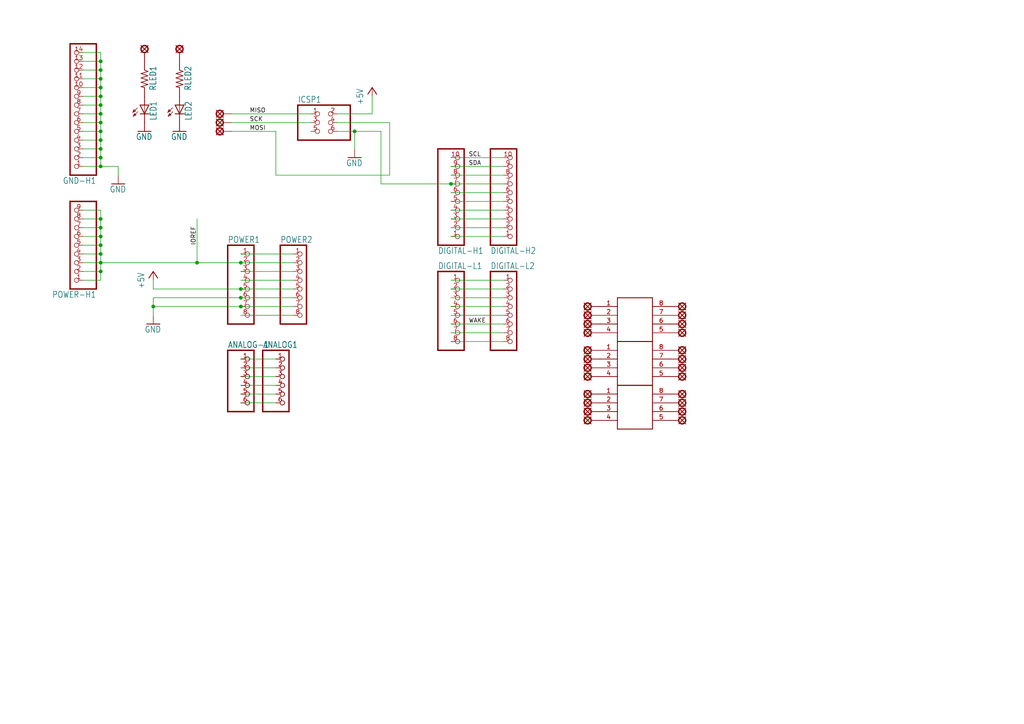
<source format=kicad_sch>
(kicad_sch (version 20230121) (generator eeschema)
  (paper "A4")
  (lib_symbols
    (symbol "ProtoShield_V4.0-eagle-import:+5V" (power)
      (property "Value" "+5V" (at -2.54 -5.08 90))
      (symbol "+5V_1_0"
        (polyline (pts (xy 0 0) (xy -1.27 -1.905)) (stroke (width 0.254)))
        (polyline (pts (xy 1.27 -1.905) (xy 0 0)) (stroke (width 0.254)))
        (pin power_in line (at 0 -2.54 90) (length 2.54) (name "+5V") (number "1"))
      )
    )
    (symbol "ProtoShield_V4.0-eagle-import:6MM.3"
      (property "Reference" "R" (at -3.81 1.4986 0))
      (symbol "6MM.3_1_0"
        (polyline (pts (xy -2.54 0) (xy -2.159 1.016)) (stroke (width 0.2032)))
        (polyline (pts (xy -2.159 1.016) (xy -1.524 -1.016)) (stroke (width 0.2032)))
        (polyline (pts (xy -1.524 -1.016) (xy -0.889 1.016)) (stroke (width 0.2032)))
        (polyline (pts (xy -0.889 1.016) (xy -0.254 -1.016)) (stroke (width 0.2032)))
        (polyline (pts (xy -0.254 -1.016) (xy 0.381 1.016)) (stroke (width 0.2032)))
        (polyline (pts (xy 0.381 1.016) (xy 1.016 -1.016)) (stroke (width 0.2032)))
        (polyline (pts (xy 1.016 -1.016) (xy 1.651 1.016)) (stroke (width 0.2032)))
        (polyline (pts (xy 1.651 1.016) (xy 2.286 -1.016)) (stroke (width 0.2032)))
        (polyline (pts (xy 2.286 -1.016) (xy 2.54 0)) (stroke (width 0.2032)))
        (pin passive line (at -5.08 0 0) (length 2.54) (name "1") (number "1"))
        (pin passive line (at 5.08 0 180) (length 2.54) (name "2") (number "2"))
      )
    )
    (symbol "ProtoShield_V4.0-eagle-import:GND" (power)
      (property "Value" "GND" (at -2.54 -2.54 0))
      (symbol "GND_1_0"
        (polyline (pts (xy -1.905 0) (xy 1.905 0)) (stroke (width 0.254)))
        (pin power_in line (at 0 2.54 270) (length 2.54) (name "GND") (number "1"))
      )
    )
    (symbol "ProtoShield_V4.0-eagle-import:LED3MM"
      (property "Reference" "LD" (at 3.556 -4.572 90))
      (symbol "LED3MM_1_0"
        (polyline (pts (xy -2.032 -0.762) (xy -3.429 -2.159)) (stroke (width 0.1524)))
        (polyline (pts (xy -1.905 -1.905) (xy -3.302 -3.302)) (stroke (width 0.1524)))
        (polyline (pts (xy 0 -2.54) (xy -1.27 -2.54)) (stroke (width 0.254)))
        (polyline (pts (xy 0 -2.54) (xy -1.27 0)) (stroke (width 0.254)))
        (polyline (pts (xy 0 0) (xy -1.27 0)) (stroke (width 0.254)))
        (polyline (pts (xy 0 0) (xy 0 -2.54)) (stroke (width 0.1524)))
        (polyline (pts (xy 1.27 -2.54) (xy 0 -2.54)) (stroke (width 0.254)))
        (polyline (pts (xy 1.27 0) (xy 0 -2.54)) (stroke (width 0.254)))
        (polyline (pts (xy 1.27 0) (xy 0 0)) (stroke (width 0.254)))
        (polyline (pts (xy -3.429 -2.159) (xy -3.048 -1.27) (xy -2.54 -1.778)) (stroke (width 0.1524)) (fill (type outline)))
        (polyline (pts (xy -3.302 -3.302) (xy -2.921 -2.413) (xy -2.413 -2.921)) (stroke (width 0.1524)) (fill (type outline)))
        (pin passive line (at 0 2.54 270) (length 2.54) (name "A") (number "A"))
        (pin passive line (at 0 -5.08 90) (length 2.54) (name "C") (number "K"))
      )
    )
    (symbol "ProtoShield_V4.0-eagle-import:LSP10"
      (property "Reference" "LSP" (at -1.27 2.921 0))
      (symbol "LSP10_1_0"
        (polyline (pts (xy -1.016 0) (xy 1.016 2.032)) (stroke (width 0.254)))
        (polyline (pts (xy -1.016 2.032) (xy 1.016 0)) (stroke (width 0.254)))
        (circle (center 0 1.016) (radius 1.016) (stroke (width 0.4064)))
        (pin passive line (at 0 -2.54 90) (length 2.54) (name "MP") (number "MP"))
      )
    )
    (symbol "ProtoShield_V4.0-eagle-import:PINHD-1X10TH"
      (property "Reference" "JP" (at -6.35 13.335 0))
      (symbol "PINHD-1X10TH_1_0"
        (polyline (pts (xy -6.35 -15.24) (xy 1.27 -15.24)) (stroke (width 0.4064)))
        (polyline (pts (xy -6.35 12.7) (xy -6.35 -15.24)) (stroke (width 0.4064)))
        (polyline (pts (xy 1.27 -15.24) (xy 1.27 12.7)) (stroke (width 0.4064)))
        (polyline (pts (xy 1.27 12.7) (xy -6.35 12.7)) (stroke (width 0.4064)))
        (pin passive inverted (at -2.54 10.16 0) (length 2.54) (name "1") (number "1"))
        (pin passive inverted (at -2.54 -12.7 0) (length 2.54) (name "10") (number "10"))
        (pin passive inverted (at -2.54 7.62 0) (length 2.54) (name "2") (number "2"))
        (pin passive inverted (at -2.54 5.08 0) (length 2.54) (name "3") (number "3"))
        (pin passive inverted (at -2.54 2.54 0) (length 2.54) (name "4") (number "4"))
        (pin passive inverted (at -2.54 0 0) (length 2.54) (name "5") (number "5"))
        (pin passive inverted (at -2.54 -2.54 0) (length 2.54) (name "6") (number "6"))
        (pin passive inverted (at -2.54 -5.08 0) (length 2.54) (name "7") (number "7"))
        (pin passive inverted (at -2.54 -7.62 0) (length 2.54) (name "8") (number "8"))
        (pin passive inverted (at -2.54 -10.16 0) (length 2.54) (name "9") (number "9"))
      )
    )
    (symbol "ProtoShield_V4.0-eagle-import:PINHD-1X14"
      (property "Reference" "JP" (at -6.35 18.415 0))
      (symbol "PINHD-1X14_1_0"
        (polyline (pts (xy -6.35 -20.32) (xy 1.27 -20.32)) (stroke (width 0.4064)))
        (polyline (pts (xy -6.35 17.78) (xy -6.35 -20.32)) (stroke (width 0.4064)))
        (polyline (pts (xy 1.27 -20.32) (xy 1.27 17.78)) (stroke (width 0.4064)))
        (polyline (pts (xy 1.27 17.78) (xy -6.35 17.78)) (stroke (width 0.4064)))
        (pin passive inverted (at -2.54 15.24 0) (length 2.54) (name "1") (number "1"))
        (pin passive inverted (at -2.54 -7.62 0) (length 2.54) (name "10") (number "10"))
        (pin passive inverted (at -2.54 -10.16 0) (length 2.54) (name "11") (number "11"))
        (pin passive inverted (at -2.54 -12.7 0) (length 2.54) (name "12") (number "12"))
        (pin passive inverted (at -2.54 -15.24 0) (length 2.54) (name "13") (number "13"))
        (pin passive inverted (at -2.54 -17.78 0) (length 2.54) (name "14") (number "14"))
        (pin passive inverted (at -2.54 12.7 0) (length 2.54) (name "2") (number "2"))
        (pin passive inverted (at -2.54 10.16 0) (length 2.54) (name "3") (number "3"))
        (pin passive inverted (at -2.54 7.62 0) (length 2.54) (name "4") (number "4"))
        (pin passive inverted (at -2.54 5.08 0) (length 2.54) (name "5") (number "5"))
        (pin passive inverted (at -2.54 2.54 0) (length 2.54) (name "6") (number "6"))
        (pin passive inverted (at -2.54 0 0) (length 2.54) (name "7") (number "7"))
        (pin passive inverted (at -2.54 -2.54 0) (length 2.54) (name "8") (number "8"))
        (pin passive inverted (at -2.54 -5.08 0) (length 2.54) (name "9") (number "9"))
      )
    )
    (symbol "ProtoShield_V4.0-eagle-import:PINHD-1X6"
      (property "Reference" "JP" (at -6.35 10.795 0))
      (symbol "PINHD-1X6_1_0"
        (polyline (pts (xy -6.35 -7.62) (xy 1.27 -7.62)) (stroke (width 0.4064)))
        (polyline (pts (xy -6.35 10.16) (xy -6.35 -7.62)) (stroke (width 0.4064)))
        (polyline (pts (xy 1.27 -7.62) (xy 1.27 10.16)) (stroke (width 0.4064)))
        (polyline (pts (xy 1.27 10.16) (xy -6.35 10.16)) (stroke (width 0.4064)))
        (pin passive inverted (at -2.54 7.62 0) (length 2.54) (name "1") (number "1"))
        (pin passive inverted (at -2.54 5.08 0) (length 2.54) (name "2") (number "2"))
        (pin passive inverted (at -2.54 2.54 0) (length 2.54) (name "3") (number "3"))
        (pin passive inverted (at -2.54 0 0) (length 2.54) (name "4") (number "4"))
        (pin passive inverted (at -2.54 -2.54 0) (length 2.54) (name "5") (number "5"))
        (pin passive inverted (at -2.54 -5.08 0) (length 2.54) (name "6") (number "6"))
      )
    )
    (symbol "ProtoShield_V4.0-eagle-import:PINHD-1X8"
      (property "Reference" "JP" (at -6.35 13.335 0))
      (symbol "PINHD-1X8_1_0"
        (polyline (pts (xy -6.35 -10.16) (xy 1.27 -10.16)) (stroke (width 0.4064)))
        (polyline (pts (xy -6.35 12.7) (xy -6.35 -10.16)) (stroke (width 0.4064)))
        (polyline (pts (xy 1.27 -10.16) (xy 1.27 12.7)) (stroke (width 0.4064)))
        (polyline (pts (xy 1.27 12.7) (xy -6.35 12.7)) (stroke (width 0.4064)))
        (pin passive inverted (at -2.54 10.16 0) (length 2.54) (name "1") (number "1"))
        (pin passive inverted (at -2.54 7.62 0) (length 2.54) (name "2") (number "2"))
        (pin passive inverted (at -2.54 5.08 0) (length 2.54) (name "3") (number "3"))
        (pin passive inverted (at -2.54 2.54 0) (length 2.54) (name "4") (number "4"))
        (pin passive inverted (at -2.54 0 0) (length 2.54) (name "5") (number "5"))
        (pin passive inverted (at -2.54 -2.54 0) (length 2.54) (name "6") (number "6"))
        (pin passive inverted (at -2.54 -5.08 0) (length 2.54) (name "7") (number "7"))
        (pin passive inverted (at -2.54 -7.62 0) (length 2.54) (name "8") (number "8"))
      )
    )
    (symbol "ProtoShield_V4.0-eagle-import:PINHD-1X8TH"
      (property "Reference" "JP" (at -6.35 13.335 0))
      (symbol "PINHD-1X8TH_1_0"
        (polyline (pts (xy -6.35 -10.16) (xy 1.27 -10.16)) (stroke (width 0.4064)))
        (polyline (pts (xy -6.35 12.7) (xy -6.35 -10.16)) (stroke (width 0.4064)))
        (polyline (pts (xy 1.27 -10.16) (xy 1.27 12.7)) (stroke (width 0.4064)))
        (polyline (pts (xy 1.27 12.7) (xy -6.35 12.7)) (stroke (width 0.4064)))
        (pin passive inverted (at -2.54 10.16 0) (length 2.54) (name "1") (number "1"))
        (pin passive inverted (at -2.54 7.62 0) (length 2.54) (name "2") (number "2"))
        (pin passive inverted (at -2.54 5.08 0) (length 2.54) (name "3") (number "3"))
        (pin passive inverted (at -2.54 2.54 0) (length 2.54) (name "4") (number "4"))
        (pin passive inverted (at -2.54 0 0) (length 2.54) (name "5") (number "5"))
        (pin passive inverted (at -2.54 -2.54 0) (length 2.54) (name "6") (number "6"))
        (pin passive inverted (at -2.54 -5.08 0) (length 2.54) (name "7") (number "7"))
        (pin passive inverted (at -2.54 -7.62 0) (length 2.54) (name "8") (number "8"))
      )
    )
    (symbol "ProtoShield_V4.0-eagle-import:PINHD-1X9"
      (property "Reference" "JP" (at -6.35 13.335 0))
      (symbol "PINHD-1X9_1_0"
        (polyline (pts (xy -6.35 -12.7) (xy 1.27 -12.7)) (stroke (width 0.4064)))
        (polyline (pts (xy -6.35 12.7) (xy -6.35 -12.7)) (stroke (width 0.4064)))
        (polyline (pts (xy 1.27 -12.7) (xy 1.27 12.7)) (stroke (width 0.4064)))
        (polyline (pts (xy 1.27 12.7) (xy -6.35 12.7)) (stroke (width 0.4064)))
        (pin passive inverted (at -2.54 10.16 0) (length 2.54) (name "1") (number "1"))
        (pin passive inverted (at -2.54 7.62 0) (length 2.54) (name "2") (number "2"))
        (pin passive inverted (at -2.54 5.08 0) (length 2.54) (name "3") (number "3"))
        (pin passive inverted (at -2.54 2.54 0) (length 2.54) (name "4") (number "4"))
        (pin passive inverted (at -2.54 0 0) (length 2.54) (name "5") (number "5"))
        (pin passive inverted (at -2.54 -2.54 0) (length 2.54) (name "6") (number "6"))
        (pin passive inverted (at -2.54 -5.08 0) (length 2.54) (name "7") (number "7"))
        (pin passive inverted (at -2.54 -7.62 0) (length 2.54) (name "8") (number "8"))
        (pin passive inverted (at -2.54 -10.16 0) (length 2.54) (name "9") (number "9"))
      )
    )
    (symbol "ProtoShield_V4.0-eagle-import:PINHD-2X3"
      (property "Reference" "JP" (at -6.35 5.715 0))
      (symbol "PINHD-2X3_1_0"
        (polyline (pts (xy -6.35 -5.08) (xy 8.89 -5.08)) (stroke (width 0.4064)))
        (polyline (pts (xy -6.35 5.08) (xy -6.35 -5.08)) (stroke (width 0.4064)))
        (polyline (pts (xy 8.89 -5.08) (xy 8.89 5.08)) (stroke (width 0.4064)))
        (polyline (pts (xy 8.89 5.08) (xy -6.35 5.08)) (stroke (width 0.4064)))
        (pin passive inverted (at -2.54 2.54 0) (length 2.54) (name "1") (number "1"))
        (pin passive inverted (at 5.08 2.54 180) (length 2.54) (name "2") (number "2"))
        (pin passive inverted (at -2.54 0 0) (length 2.54) (name "3") (number "3"))
        (pin passive inverted (at 5.08 0 180) (length 2.54) (name "4") (number "4"))
        (pin passive inverted (at -2.54 -2.54 0) (length 2.54) (name "5") (number "5"))
        (pin passive inverted (at 5.08 -2.54 180) (length 2.54) (name "6") (number "6"))
      )
    )
    (symbol "ProtoShield_V4.0-eagle-import:SMD-8"
      (symbol "SMD-8_1_0"
        (polyline (pts (xy -5.08 -5.08) (xy -5.08 7.62)) (stroke (width 0.254)))
        (polyline (pts (xy -5.08 7.62) (xy 5.08 7.62)) (stroke (width 0.254)))
        (polyline (pts (xy 5.08 -5.08) (xy -5.08 -5.08)) (stroke (width 0.254)))
        (polyline (pts (xy 5.08 7.62) (xy 5.08 -5.08)) (stroke (width 0.254)))
        (pin bidirectional line (at -10.16 5.08 0) (length 5.08) (name "1") (number "1"))
        (pin bidirectional line (at -10.16 2.54 0) (length 5.08) (name "2") (number "2"))
        (pin bidirectional line (at -10.16 0 0) (length 5.08) (name "3") (number "3"))
        (pin bidirectional line (at -10.16 -2.54 0) (length 5.08) (name "4") (number "4"))
        (pin bidirectional line (at 10.16 -2.54 180) (length 5.08) (name "5") (number "5"))
        (pin bidirectional line (at 10.16 0 180) (length 5.08) (name "6") (number "6"))
        (pin bidirectional line (at 10.16 2.54 180) (length 5.08) (name "7") (number "7"))
        (pin bidirectional line (at 10.16 5.08 180) (length 5.08) (name "8") (number "8"))
      )
    )
  )
  (junction (at 130.81 53.34))
  (junction (at 69.85 86.36))
  (junction (at 29.21 45.72))
  (junction (at 29.21 33.02))
  (junction (at 29.21 22.86))
  (junction (at 69.85 88.9))
  (junction (at 29.21 71.12))
  (junction (at 29.21 78.74))
  (junction (at 29.21 76.2))
  (junction (at 29.21 63.5))
  (junction (at 102.87 38.1))
  (junction (at 29.21 43.18))
  (junction (at 29.21 25.4))
  (junction (at 29.21 40.64))
  (junction (at 29.21 35.56))
  (junction (at 29.21 66.04))
  (junction (at 29.21 17.78))
  (junction (at 57.15 76.2))
  (junction (at 29.21 48.26))
  (junction (at 29.21 38.1))
  (junction (at 29.21 30.48))
  (junction (at 29.21 20.32))
  (junction (at 29.21 27.94))
  (junction (at 29.21 73.66))
  (junction (at 69.85 76.2))
  (junction (at 44.45 88.9))
  (junction (at 69.85 83.82))
  (junction (at 29.21 68.58))
  (wire (pts (xy 130.81 48.26) (xy 146.05 48.26)) (stroke (width 0.1524)))
  (wire (pts (xy 110.49 53.34) (xy 130.81 53.34)) (stroke (width 0.1524)))
  (wire (pts (xy 29.21 76.2) (xy 57.15 76.2)) (stroke (width 0.1524)))
  (wire (pts (xy 80.01 38.1) (xy 80.01 50.8)) (stroke (width 0.1524)))
  (wire (pts (xy 44.45 83.82) (xy 69.85 83.82)) (stroke (width 0.1524)))
  (wire (pts (xy 69.85 91.44) (xy 85.09 91.44)) (stroke (width 0.1524)))
  (wire (pts (xy 146.05 63.5) (xy 130.81 63.5)) (stroke (width 0.1524)))
  (wire (pts (xy 24.13 35.56) (xy 29.21 35.56)) (stroke (width 0.1524)))
  (wire (pts (xy 24.13 60.96) (xy 29.21 60.96)) (stroke (width 0.1524)))
  (wire (pts (xy 80.01 116.84) (xy 69.85 116.84)) (stroke (width 0.1524)))
  (wire (pts (xy 85.09 86.36) (xy 69.85 86.36)) (stroke (width 0.1524)))
  (wire (pts (xy 29.21 38.1) (xy 29.21 40.64)) (stroke (width 0.1524)))
  (wire (pts (xy 29.21 22.86) (xy 29.21 25.4)) (stroke (width 0.1524)))
  (wire (pts (xy 24.13 40.64) (xy 29.21 40.64)) (stroke (width 0.1524)))
  (wire (pts (xy 29.21 78.74) (xy 29.21 76.2)) (stroke (width 0.1524)))
  (wire (pts (xy 44.45 88.9) (xy 69.85 88.9)) (stroke (width 0.1524)))
  (wire (pts (xy 146.05 99.06) (xy 130.81 99.06)) (stroke (width 0.1524)))
  (wire (pts (xy 24.13 63.5) (xy 29.21 63.5)) (stroke (width 0.1524)))
  (wire (pts (xy 24.13 73.66) (xy 29.21 73.66)) (stroke (width 0.1524)))
  (wire (pts (xy 24.13 66.04) (xy 29.21 66.04)) (stroke (width 0.1524)))
  (wire (pts (xy 29.21 48.26) (xy 24.13 48.26)) (stroke (width 0.1524)))
  (wire (pts (xy 44.45 86.36) (xy 69.85 86.36)) (stroke (width 0.1524)))
  (wire (pts (xy 146.05 88.9) (xy 130.81 88.9)) (stroke (width 0.1524)))
  (wire (pts (xy 67.31 33.02) (xy 90.17 33.02)) (stroke (width 0.1524)))
  (wire (pts (xy 130.81 53.34) (xy 146.05 53.34)) (stroke (width 0.1524)))
  (wire (pts (xy 24.13 81.28) (xy 29.21 81.28)) (stroke (width 0.1524)))
  (wire (pts (xy 107.95 33.02) (xy 97.79 33.02)) (stroke (width 0.1524)))
  (wire (pts (xy 69.85 76.2) (xy 85.09 76.2)) (stroke (width 0.1524)))
  (wire (pts (xy 146.05 55.88) (xy 130.81 55.88)) (stroke (width 0.1524)))
  (wire (pts (xy 29.21 48.26) (xy 34.29 48.26)) (stroke (width 0.1524)))
  (wire (pts (xy 113.03 50.8) (xy 113.03 35.56)) (stroke (width 0.1524)))
  (wire (pts (xy 24.13 30.48) (xy 29.21 30.48)) (stroke (width 0.1524)))
  (wire (pts (xy 85.09 81.28) (xy 69.85 81.28)) (stroke (width 0.1524)))
  (wire (pts (xy 80.01 106.68) (xy 69.85 106.68)) (stroke (width 0.1524)))
  (wire (pts (xy 29.21 45.72) (xy 29.21 48.26)) (stroke (width 0.1524)))
  (wire (pts (xy 97.79 38.1) (xy 102.87 38.1)) (stroke (width 0.1524)))
  (wire (pts (xy 29.21 73.66) (xy 29.21 71.12)) (stroke (width 0.1524)))
  (wire (pts (xy 146.05 81.28) (xy 130.81 81.28)) (stroke (width 0.1524)))
  (wire (pts (xy 57.15 76.2) (xy 57.15 63.5)) (stroke (width 0.1524)))
  (wire (pts (xy 146.05 93.98) (xy 130.81 93.98)) (stroke (width 0.1524)))
  (wire (pts (xy 24.13 38.1) (xy 29.21 38.1)) (stroke (width 0.1524)))
  (wire (pts (xy 80.01 109.22) (xy 69.85 109.22)) (stroke (width 0.1524)))
  (wire (pts (xy 24.13 33.02) (xy 29.21 33.02)) (stroke (width 0.1524)))
  (wire (pts (xy 69.85 83.82) (xy 85.09 83.82)) (stroke (width 0.1524)))
  (wire (pts (xy 24.13 45.72) (xy 29.21 45.72)) (stroke (width 0.1524)))
  (wire (pts (xy 69.85 78.74) (xy 85.09 78.74)) (stroke (width 0.1524)))
  (wire (pts (xy 24.13 68.58) (xy 29.21 68.58)) (stroke (width 0.1524)))
  (wire (pts (xy 146.05 50.8) (xy 130.81 50.8)) (stroke (width 0.1524)))
  (wire (pts (xy 29.21 35.56) (xy 29.21 38.1)) (stroke (width 0.1524)))
  (wire (pts (xy 29.21 68.58) (xy 29.21 66.04)) (stroke (width 0.1524)))
  (wire (pts (xy 24.13 25.4) (xy 29.21 25.4)) (stroke (width 0.1524)))
  (wire (pts (xy 102.87 38.1) (xy 102.87 43.18)) (stroke (width 0.1524)))
  (wire (pts (xy 107.95 27.94) (xy 107.95 33.02)) (stroke (width 0.1524)))
  (wire (pts (xy 29.21 25.4) (xy 29.21 27.94)) (stroke (width 0.1524)))
  (wire (pts (xy 67.31 38.1) (xy 80.01 38.1)) (stroke (width 0.1524)))
  (wire (pts (xy 80.01 50.8) (xy 113.03 50.8)) (stroke (width 0.1524)))
  (wire (pts (xy 29.21 81.28) (xy 29.21 78.74)) (stroke (width 0.1524)))
  (wire (pts (xy 24.13 27.94) (xy 29.21 27.94)) (stroke (width 0.1524)))
  (wire (pts (xy 146.05 96.52) (xy 130.81 96.52)) (stroke (width 0.1524)))
  (wire (pts (xy 146.05 91.44) (xy 130.81 91.44)) (stroke (width 0.1524)))
  (wire (pts (xy 29.21 17.78) (xy 29.21 20.32)) (stroke (width 0.1524)))
  (wire (pts (xy 29.21 15.24) (xy 29.21 17.78)) (stroke (width 0.1524)))
  (wire (pts (xy 44.45 81.28) (xy 44.45 83.82)) (stroke (width 0.1524)))
  (wire (pts (xy 29.21 27.94) (xy 29.21 30.48)) (stroke (width 0.1524)))
  (wire (pts (xy 110.49 38.1) (xy 102.87 38.1)) (stroke (width 0.1524)))
  (wire (pts (xy 24.13 15.24) (xy 29.21 15.24)) (stroke (width 0.1524)))
  (wire (pts (xy 90.17 35.56) (xy 67.31 35.56)) (stroke (width 0.1524)))
  (wire (pts (xy 130.81 45.72) (xy 146.05 45.72)) (stroke (width 0.1524)))
  (wire (pts (xy 80.01 114.3) (xy 69.85 114.3)) (stroke (width 0.1524)))
  (wire (pts (xy 110.49 53.34) (xy 110.49 38.1)) (stroke (width 0.1524)))
  (wire (pts (xy 24.13 22.86) (xy 29.21 22.86)) (stroke (width 0.1524)))
  (wire (pts (xy 85.09 73.66) (xy 69.85 73.66)) (stroke (width 0.1524)))
  (wire (pts (xy 29.21 66.04) (xy 29.21 63.5)) (stroke (width 0.1524)))
  (wire (pts (xy 24.13 17.78) (xy 29.21 17.78)) (stroke (width 0.1524)))
  (wire (pts (xy 44.45 86.36) (xy 44.45 88.9)) (stroke (width 0.1524)))
  (wire (pts (xy 29.21 20.32) (xy 29.21 22.86)) (stroke (width 0.1524)))
  (wire (pts (xy 29.21 76.2) (xy 29.21 73.66)) (stroke (width 0.1524)))
  (wire (pts (xy 146.05 60.96) (xy 130.81 60.96)) (stroke (width 0.1524)))
  (wire (pts (xy 29.21 71.12) (xy 29.21 68.58)) (stroke (width 0.1524)))
  (wire (pts (xy 24.13 71.12) (xy 29.21 71.12)) (stroke (width 0.1524)))
  (wire (pts (xy 97.79 35.56) (xy 113.03 35.56)) (stroke (width 0.1524)))
  (wire (pts (xy 29.21 40.64) (xy 29.21 43.18)) (stroke (width 0.1524)))
  (wire (pts (xy 69.85 76.2) (xy 57.15 76.2)) (stroke (width 0.1524)))
  (wire (pts (xy 24.13 76.2) (xy 29.21 76.2)) (stroke (width 0.1524)))
  (wire (pts (xy 29.21 30.48) (xy 29.21 33.02)) (stroke (width 0.1524)))
  (wire (pts (xy 146.05 58.42) (xy 130.81 58.42)) (stroke (width 0.1524)))
  (wire (pts (xy 24.13 20.32) (xy 29.21 20.32)) (stroke (width 0.1524)))
  (wire (pts (xy 146.05 66.04) (xy 130.81 66.04)) (stroke (width 0.1524)))
  (wire (pts (xy 80.01 104.14) (xy 69.85 104.14)) (stroke (width 0.1524)))
  (wire (pts (xy 146.05 83.82) (xy 130.81 83.82)) (stroke (width 0.1524)))
  (wire (pts (xy 69.85 88.9) (xy 85.09 88.9)) (stroke (width 0.1524)))
  (wire (pts (xy 29.21 33.02) (xy 29.21 35.56)) (stroke (width 0.1524)))
  (wire (pts (xy 29.21 43.18) (xy 29.21 45.72)) (stroke (width 0.1524)))
  (wire (pts (xy 34.29 48.26) (xy 34.29 50.8)) (stroke (width 0.1524)))
  (wire (pts (xy 24.13 78.74) (xy 29.21 78.74)) (stroke (width 0.1524)))
  (wire (pts (xy 80.01 111.76) (xy 69.85 111.76)) (stroke (width 0.1524)))
  (wire (pts (xy 146.05 86.36) (xy 130.81 86.36)) (stroke (width 0.1524)))
  (wire (pts (xy 44.45 88.9) (xy 44.45 91.44)) (stroke (width 0.1524)))
  (wire (pts (xy 29.21 63.5) (xy 29.21 60.96)) (stroke (width 0.1524)))
  (wire (pts (xy 146.05 68.58) (xy 130.81 68.58)) (stroke (width 0.1524)))
  (wire (pts (xy 24.13 43.18) (xy 29.21 43.18)) (stroke (width 0.1524)))
  (label "IOREF" (at 57.15 71.12 90) (effects (font (size 1.2446 1.2446))))
  (label "SCK" (at 72.39 35.56 0) (effects (font (size 1.2446 1.2446))))
  (label "SDA" (at 135.89 48.26 0) (effects (font (size 1.2446 1.2446))))
  (label "WAKE" (at 135.89 93.98 0) (effects (font (size 1.2446 1.2446))))
  (label "MISO" (at 72.39 33.02 0) (effects (font (size 1.2446 1.2446))))
  (label "SCL" (at 135.89 45.72 0) (effects (font (size 1.2446 1.2446))))
  (label "MOSI" (at 72.39 38.1 0) (effects (font (size 1.2446 1.2446))))
  (symbol (lib_id "ProtoShield_V4.0-eagle-import:SMD-8") (at 184.15 106.68 0) (unit 1)
    (property "Reference" "IC2" (effects hide))
    (property "Value" "SMD-8" (effects hide))
    (property "Footprint" "ProtoShield_V4.0:SO-8" (effects hide))
    (property "MF" "VISHAY BC COMPONENTS" (effects hide))
    (property "MPN" "MAL215374221E3" (effects hide))
    (property "OC_FARNELL" "1187013" (effects hide))
  )
  (symbol (lib_id "ProtoShield_V4.0-eagle-import:LSP10") (at 196.85 104.14 270) (mirror x) (unit 1)
    (property "Reference" "P19" (effects hide))
    (property "Value" "LSP10" (effects hide))
    (property "Footprint" "ProtoShield_V4.0:LSP10" (effects hide))
    (property "MF" "RICHCO" (effects hide))
    (property "MPN" "MDLSP1-04M-01" (effects hide))
    (property "OC_FARNELL" "1325982" (effects hide))
    (instances (project "protoboard" (path "" (reference "P18") (unit 1))) (project "ProtoShield_V4.0" (path "" (reference "P19") (unit 1))))
  )
  (symbol (lib_id "ProtoShield_V4.0-eagle-import:GND") (at 102.87 45.72 0) (unit 1)
    (property "Reference" "#GND3" (effects hide))
    (property "Value" "GND" (at 100.33 48.26 0) (effects (font (size 1.778 1.5113)) (justify left bottom)))
    (instances (project "protoboard" (path "" (reference "#GND05") (unit 1))) (project "ProtoShield_V4.0" (path "" (reference "#GND3") (unit 1))))
  )
  (symbol (lib_id "ProtoShield_V4.0-eagle-import:LSP10") (at 171.45 114.3 90) (mirror x) (unit 1)
    (property "Reference" "P9" (effects hide))
    (property "Value" "LSP10" (effects hide))
    (property "Footprint" "ProtoShield_V4.0:LSP10" (effects hide))
    (property "MF" "RICHCO" (effects hide))
    (property "MPN" "MDLSP1-04M-01" (effects hide))
    (property "OC_FARNELL" "1325982" (effects hide))
  )
  (symbol (lib_id "ProtoShield_V4.0-eagle-import:LSP10") (at 171.45 106.68 90) (mirror x) (unit 1)
    (property "Reference" "P7" (effects hide))
    (property "Value" "LSP10" (effects hide))
    (property "Footprint" "ProtoShield_V4.0:LSP10" (effects hide))
    (property "MF" "RICHCO" (effects hide))
    (property "MPN" "MDLSP1-04M-01" (effects hide))
    (property "OC_FARNELL" "1325982" (effects hide))
  )
  (symbol (lib_id "ProtoShield_V4.0-eagle-import:PINHD-1X8") (at 148.59 91.44 0) (unit 1)
    (property "Reference" "DIGITAL-L1" (at 142.24 78.105 0) (effects (font (size 1.778 1.5113)) (justify left bottom)))
    (property "Value" "PINHD-1X8" (effects hide))
    (property "Footprint" "ProtoShield_V4.0:1X08" (effects hide))
    (property "MF" "EPCOS" (effects hide))
    (property "MPN" "B67345B0001X087" (effects hide))
    (property "OC_FARNELL" "2355112" (effects hide))
    (instances (project "protoboard" (path "" (reference "DIGITAL-L2") (unit 1))) (project "ProtoShield_V4.0" (path "" (reference "DIGITAL-L1") (unit 1))))
  )
  (symbol (lib_id "ProtoShield_V4.0-eagle-import:6MM.3") (at 41.91 22.86 270) (unit 1)
    (property "Reference" "RLED1" (at 43.4086 19.05 0) (effects (font (size 1.778 1.5113)) (justify left bottom)))
    (property "Value" "6MM.3" (effects hide))
    (property "Footprint" "ProtoShield_V4.0:R0207_3" (effects hide))
    (property "OC_FARNELL" "unknown" (effects hide))
  )
  (symbol (lib_id "ProtoShield_V4.0-eagle-import:LSP10") (at 52.07 15.24 0) (mirror y) (unit 1)
    (property "Reference" "PLED2" (effects hide))
    (property "Value" "LSP10" (effects hide))
    (property "Footprint" "ProtoShield_V4.0:LSP10" (effects hide))
    (property "MF" "RICHCO" (effects hide))
    (property "MPN" "MDLSP1-04M-01" (effects hide))
    (property "OC_FARNELL" "1325982" (effects hide))
  )
  (symbol (lib_id "ProtoShield_V4.0-eagle-import:SMD-8") (at 184.15 93.98 0) (unit 1)
    (property "Reference" "IC1" (effects hide))
    (property "Value" "SMD-8" (effects hide))
    (property "Footprint" "ProtoShield_V4.0:SO-8" (effects hide))
    (property "MF" "VISHAY BC COMPONENTS" (effects hide))
    (property "MPN" "MAL215374221E3" (effects hide))
    (property "OC_FARNELL" "1187013" (effects hide))
  )
  (symbol (lib_id "ProtoShield_V4.0-eagle-import:PINHD-1X6") (at 72.39 111.76 0) (unit 1)
    (property "Reference" "ANALOG-1" (at 66.04 100.965 0) (effects (font (size 1.778 1.5113)) (justify left bottom)))
    (property "Value" "PINHD-1X6" (effects hide))
    (property "Footprint" "ProtoShield_V4.0:1X06" (effects hide))
    (property "OC_FARNELL" "unknown" (effects hide))
  )
  (symbol (lib_id "ProtoShield_V4.0-eagle-import:LED3MM") (at 41.91 30.48 0) (unit 1)
    (property "Reference" "LED1" (at 45.466 35.052 90) (effects (font (size 1.778 1.5113)) (justify left bottom)))
    (property "Value" "LED3MM" (effects hide))
    (property "Footprint" "ProtoShield_V4.0:LED3MM" (effects hide))
    (property "MF" "DIALIGHT" (effects hide))
    (property "MPN" "553-0711F" (effects hide))
    (property "OC_FARNELL" "1519412" (effects hide))
  )
  (symbol (lib_id "ProtoShield_V4.0-eagle-import:LSP10") (at 171.45 116.84 90) (mirror x) (unit 1)
    (property "Reference" "P10" (effects hide))
    (property "Value" "LSP10" (effects hide))
    (property "Footprint" "ProtoShield_V4.0:LSP10" (effects hide))
    (property "MF" "RICHCO" (effects hide))
    (property "MPN" "MDLSP1-04M-01" (effects hide))
    (property "OC_FARNELL" "1325982" (effects hide))
  )
  (symbol (lib_id "ProtoShield_V4.0-eagle-import:SMD-8") (at 184.15 119.38 0) (unit 1)
    (property "Reference" "IC3" (effects hide))
    (property "Value" "SMD-8" (effects hide))
    (property "Footprint" "ProtoShield_V4.0:SO-8" (effects hide))
    (property "MF" "VISHAY BC COMPONENTS" (effects hide))
    (property "MPN" "MAL215374221E3" (effects hide))
    (property "OC_FARNELL" "1187013" (effects hide))
  )
  (symbol (lib_id "ProtoShield_V4.0-eagle-import:+5V") (at 107.95 25.4 0) (unit 1)
    (property "Reference" "#P+3" (effects hide))
    (property "Value" "+5V" (at 105.41 30.48 90) (effects (font (size 1.778 1.5113)) (justify left bottom)))
    (instances (project "protoboard" (path "" (reference "#P+02") (unit 1))) (project "ProtoShield_V4.0" (path "" (reference "#P+3") (unit 1))))
  )
  (symbol (lib_id "ProtoShield_V4.0-eagle-import:LSP10") (at 64.77 35.56 90) (mirror x) (unit 1)
    (property "Reference" "SCK0" (effects hide))
    (property "Value" "LSP10" (effects hide))
    (property "Footprint" "ProtoShield_V4.0:LSP10" (effects hide))
    (property "MF" "RICHCO" (effects hide))
    (property "MPN" "MDLSP1-04M-01" (effects hide))
    (property "OC_FARNELL" "1325982" (effects hide))
    (instances (project "protoboard" (path "" (reference "SCK1") (unit 1))) (project "ProtoShield_V4.0" (path "" (reference "SCK0") (unit 1))))
  )
  (symbol (lib_id "ProtoShield_V4.0-eagle-import:PINHD-2X3") (at 92.71 35.56 0) (unit 1)
    (property "Reference" "ICSP0" (at 86.36 29.845 0) (effects (font (size 1.778 1.5113)) (justify left bottom)))
    (property "Value" "PINHD-2X3" (effects hide))
    (property "Footprint" "ProtoShield_V4.0:2X03" (effects hide))
    (property "MF" "CYNERGY3" (effects hide))
    (property "MPN" "SSF22X035" (effects hide))
    (property "OC_FARNELL" "4249148" (effects hide))
    (instances (project "protoboard" (path "" (reference "ICSP1") (unit 1))) (project "ProtoShield_V4.0" (path "" (reference "ICSP0") (unit 1))))
  )
  (symbol (lib_id "ProtoShield_V4.0-eagle-import:LSP10") (at 196.85 121.92 270) (mirror x) (unit 1)
    (property "Reference" "P13" (effects hide))
    (property "Value" "LSP10" (effects hide))
    (property "Footprint" "ProtoShield_V4.0:LSP10" (effects hide))
    (property "MF" "RICHCO" (effects hide))
    (property "MPN" "MDLSP1-04M-01" (effects hide))
    (property "OC_FARNELL" "1325982" (effects hide))
    (instances (project "protoboard" (path "" (reference "P24") (unit 1))) (project "ProtoShield_V4.0" (path "" (reference "P13") (unit 1))))
  )
  (symbol (lib_id "ProtoShield_V4.0-eagle-import:LSP10") (at 196.85 106.68 270) (mirror x) (unit 1)
    (property "Reference" "P18" (effects hide))
    (property "Value" "LSP10" (effects hide))
    (property "Footprint" "ProtoShield_V4.0:LSP10" (effects hide))
    (property "MF" "RICHCO" (effects hide))
    (property "MPN" "MDLSP1-04M-01" (effects hide))
    (property "OC_FARNELL" "1325982" (effects hide))
    (instances (project "protoboard" (path "" (reference "P19") (unit 1))) (project "ProtoShield_V4.0" (path "" (reference "P18") (unit 1))))
  )
  (symbol (lib_id "ProtoShield_V4.0-eagle-import:LSP10") (at 171.45 121.92 90) (mirror x) (unit 1)
    (property "Reference" "P12" (effects hide))
    (property "Value" "LSP10" (effects hide))
    (property "Footprint" "ProtoShield_V4.0:LSP10" (effects hide))
    (property "MF" "RICHCO" (effects hide))
    (property "MPN" "MDLSP1-04M-01" (effects hide))
    (property "OC_FARNELL" "1325982" (effects hide))
  )
  (symbol (lib_id "ProtoShield_V4.0-eagle-import:LSP10") (at 171.45 104.14 90) (mirror x) (unit 1)
    (property "Reference" "P6" (effects hide))
    (property "Value" "LSP10" (effects hide))
    (property "Footprint" "ProtoShield_V4.0:LSP10" (effects hide))
    (property "MF" "RICHCO" (effects hide))
    (property "MPN" "MDLSP1-04M-01" (effects hide))
    (property "OC_FARNELL" "1325982" (effects hide))
  )
  (symbol (lib_id "ProtoShield_V4.0-eagle-import:LSP10") (at 196.85 119.38 270) (mirror x) (unit 1)
    (property "Reference" "P14" (effects hide))
    (property "Value" "LSP10" (effects hide))
    (property "Footprint" "ProtoShield_V4.0:LSP10" (effects hide))
    (property "MF" "RICHCO" (effects hide))
    (property "MPN" "MDLSP1-04M-01" (effects hide))
    (property "OC_FARNELL" "1325982" (effects hide))
    (instances (project "protoboard" (path "" (reference "P23") (unit 1))) (project "ProtoShield_V4.0" (path "" (reference "P14") (unit 1))))
  )
  (symbol (lib_id "ProtoShield_V4.0-eagle-import:PINHD-1X10TH") (at 148.59 58.42 0) (mirror x) (unit 1)
    (property "Reference" "DIGITAL-H1" (at 142.24 71.755 0) (effects (font (size 1.778 1.5113)) (justify left bottom)))
    (property "Value" "PINHD-1X10TH" (effects hide))
    (property "Footprint" "ProtoShield_V4.0:1X10-TH" (effects hide))
    (property "OC_FARNELL" "unknown" (effects hide))
    (instances (project "protoboard" (path "" (reference "DIGITAL-H2") (unit 1))) (project "ProtoShield_V4.0" (path "" (reference "DIGITAL-H1") (unit 1))))
  )
  (symbol (lib_id "ProtoShield_V4.0-eagle-import:GND") (at 52.07 38.1 0) (unit 1)
    (property "Reference" "#GND2" (effects hide))
    (property "Value" "GND" (at 49.53 40.64 0) (effects (font (size 1.778 1.5113)) (justify left bottom)))
    (instances (project "protoboard" (path "" (reference "#GND04") (unit 1))) (project "ProtoShield_V4.0" (path "" (reference "#GND2") (unit 1))))
  )
  (symbol (lib_id "ProtoShield_V4.0-eagle-import:GND") (at 44.45 93.98 0) (unit 1)
    (property "Reference" "#GND1" (effects hide))
    (property "Value" "GND" (at 41.91 96.52 0) (effects (font (size 1.778 1.5113)) (justify left bottom)))
    (instances (project "protoboard" (path "" (reference "#GND03") (unit 1))) (project "ProtoShield_V4.0" (path "" (reference "#GND1") (unit 1))))
  )
  (symbol (lib_id "ProtoShield_V4.0-eagle-import:PINHD-1X14") (at 21.59 33.02 180) (unit 1)
    (property "Reference" "GND-H0" (at 27.94 51.435 0) (effects (font (size 1.778 1.5113)) (justify left bottom)))
    (property "Value" "PINHD-1X14" (effects hide))
    (property "Footprint" "ProtoShield_V4.0:1X14" (effects hide))
    (property "MF" "AVX" (effects hide))
    (property "MPN" "08051C472KAZ2A" (effects hide))
    (property "OC_FARNELL" "1301896" (effects hide))
    (instances (project "protoboard" (path "" (reference "GND-H1") (unit 1))) (project "ProtoShield_V4.0" (path "" (reference "GND-H0") (unit 1))))
  )
  (symbol (lib_id "ProtoShield_V4.0-eagle-import:LSP10") (at 196.85 93.98 270) (mirror x) (unit 1)
    (property "Reference" "P22" (effects hide))
    (property "Value" "LSP10" (effects hide))
    (property "Footprint" "ProtoShield_V4.0:LSP10" (effects hide))
    (property "MF" "RICHCO" (effects hide))
    (property "MPN" "MDLSP1-04M-01" (effects hide))
    (property "OC_FARNELL" "1325982" (effects hide))
    (instances (project "protoboard" (path "" (reference "P15") (unit 1))) (project "ProtoShield_V4.0" (path "" (reference "P22") (unit 1))))
  )
  (symbol (lib_id "ProtoShield_V4.0-eagle-import:PINHD-1X10TH") (at 133.35 58.42 0) (mirror x) (unit 1)
    (property "Reference" "DIGITAL-H2" (at 127 71.755 0) (effects (font (size 1.778 1.5113)) (justify left bottom)))
    (property "Value" "PINHD-1X10TH" (effects hide))
    (property "Footprint" "ProtoShield_V4.0:1X10-TH" (effects hide))
    (property "OC_FARNELL" "unknown" (effects hide))
    (instances (project "protoboard" (path "" (reference "DIGITAL-H1") (unit 1))) (project "ProtoShield_V4.0" (path "" (reference "DIGITAL-H2") (unit 1))))
  )
  (symbol (lib_id "ProtoShield_V4.0-eagle-import:LSP10") (at 196.85 96.52 270) (mirror x) (unit 1)
    (property "Reference" "P21" (effects hide))
    (property "Value" "LSP10" (effects hide))
    (property "Footprint" "ProtoShield_V4.0:LSP10" (effects hide))
    (property "MF" "RICHCO" (effects hide))
    (property "MPN" "MDLSP1-04M-01" (effects hide))
    (property "OC_FARNELL" "1325982" (effects hide))
    (instances (project "protoboard" (path "" (reference "P16") (unit 1))) (project "ProtoShield_V4.0" (path "" (reference "P21") (unit 1))))
  )
  (symbol (lib_id "ProtoShield_V4.0-eagle-import:LSP10") (at 64.77 33.02 90) (mirror x) (unit 1)
    (property "Reference" "MISO0" (effects hide))
    (property "Value" "LSP10" (effects hide))
    (property "Footprint" "ProtoShield_V4.0:LSP10" (effects hide))
    (property "MF" "RICHCO" (effects hide))
    (property "MPN" "MDLSP1-04M-01" (effects hide))
    (property "OC_FARNELL" "1325982" (effects hide))
    (instances (project "protoboard" (path "" (reference "MISO1") (unit 1))) (project "ProtoShield_V4.0" (path "" (reference "MISO0") (unit 1))))
  )
  (symbol (lib_id "ProtoShield_V4.0-eagle-import:LSP10") (at 196.85 114.3 270) (mirror x) (unit 1)
    (property "Reference" "P16" (effects hide))
    (property "Value" "LSP10" (effects hide))
    (property "Footprint" "ProtoShield_V4.0:LSP10" (effects hide))
    (property "MF" "RICHCO" (effects hide))
    (property "MPN" "MDLSP1-04M-01" (effects hide))
    (property "OC_FARNELL" "1325982" (effects hide))
    (instances (project "protoboard" (path "" (reference "P21") (unit 1))) (project "ProtoShield_V4.0" (path "" (reference "P16") (unit 1))))
  )
  (symbol (lib_id "ProtoShield_V4.0-eagle-import:LSP10") (at 171.45 109.22 90) (mirror x) (unit 1)
    (property "Reference" "P8" (effects hide))
    (property "Value" "LSP10" (effects hide))
    (property "Footprint" "ProtoShield_V4.0:LSP10" (effects hide))
    (property "MF" "RICHCO" (effects hide))
    (property "MPN" "MDLSP1-04M-01" (effects hide))
    (property "OC_FARNELL" "1325982" (effects hide))
  )
  (symbol (lib_id "ProtoShield_V4.0-eagle-import:LED3MM") (at 52.07 30.48 0) (unit 1)
    (property "Reference" "LED2" (at 55.626 35.052 90) (effects (font (size 1.778 1.5113)) (justify left bottom)))
    (property "Value" "LED3MM" (effects hide))
    (property "Footprint" "ProtoShield_V4.0:LED3MM" (effects hide))
    (property "MF" "DIALIGHT" (effects hide))
    (property "MPN" "553-0711F" (effects hide))
    (property "OC_FARNELL" "1519412" (effects hide))
  )
  (symbol (lib_id "ProtoShield_V4.0-eagle-import:LSP10") (at 171.45 96.52 90) (mirror x) (unit 1)
    (property "Reference" "P4" (effects hide))
    (property "Value" "LSP10" (effects hide))
    (property "Footprint" "ProtoShield_V4.0:LSP10" (effects hide))
    (property "MF" "RICHCO" (effects hide))
    (property "MPN" "MDLSP1-04M-01" (effects hide))
    (property "OC_FARNELL" "1325982" (effects hide))
  )
  (symbol (lib_id "ProtoShield_V4.0-eagle-import:PINHD-1X9") (at 21.59 71.12 180) (unit 1)
    (property "Reference" "POWER-H0" (at 27.94 84.455 0) (effects (font (size 1.778 1.5113)) (justify left bottom)))
    (property "Value" "PINHD-1X9" (effects hide))
    (property "Footprint" "ProtoShield_V4.0:1X9" (effects hide))
    (property "MF" "CML INNOVATIVE TECHNOLOGIES" (effects hide))
    (property "MPN" "513LF" (effects hide))
    (property "OC_FARNELL" "1139445" (effects hide))
    (instances (project "protoboard" (path "" (reference "POWER-H1") (unit 1))) (project "ProtoShield_V4.0" (path "" (reference "POWER-H0") (unit 1))))
  )
  (symbol (lib_id "ProtoShield_V4.0-eagle-import:GND") (at 41.91 38.1 0) (unit 1)
    (property "Reference" "#GND5" (effects hide))
    (property "Value" "GND" (at 39.37 40.64 0) (effects (font (size 1.778 1.5113)) (justify left bottom)))
    (instances (project "protoboard" (path "" (reference "#GND02") (unit 1))) (project "ProtoShield_V4.0" (path "" (reference "#GND5") (unit 1))))
  )
  (symbol (lib_id "ProtoShield_V4.0-eagle-import:PINHD-1X8") (at 133.35 91.44 0) (unit 1)
    (property "Reference" "DIGITAL-L2" (at 127 78.105 0) (effects (font (size 1.778 1.5113)) (justify left bottom)))
    (property "Value" "PINHD-1X8" (effects hide))
    (property "Footprint" "ProtoShield_V4.0:1X08" (effects hide))
    (property "MF" "EPCOS" (effects hide))
    (property "MPN" "B67345B0001X087" (effects hide))
    (property "OC_FARNELL" "2355112" (effects hide))
    (instances (project "protoboard" (path "" (reference "DIGITAL-L1") (unit 1))) (project "ProtoShield_V4.0" (path "" (reference "DIGITAL-L2") (unit 1))))
  )
  (symbol (lib_id "ProtoShield_V4.0-eagle-import:LSP10") (at 171.45 91.44 90) (mirror x) (unit 1)
    (property "Reference" "P2" (effects hide))
    (property "Value" "LSP10" (effects hide))
    (property "Footprint" "ProtoShield_V4.0:LSP10" (effects hide))
    (property "MF" "RICHCO" (effects hide))
    (property "MPN" "MDLSP1-04M-01" (effects hide))
    (property "OC_FARNELL" "1325982" (effects hide))
  )
  (symbol (lib_id "ProtoShield_V4.0-eagle-import:LSP10") (at 196.85 101.6 270) (mirror x) (unit 1)
    (property "Reference" "P20" (effects hide))
    (property "Value" "LSP10" (effects hide))
    (property "Footprint" "ProtoShield_V4.0:LSP10" (effects hide))
    (property "MF" "RICHCO" (effects hide))
    (property "MPN" "MDLSP1-04M-01" (effects hide))
    (property "OC_FARNELL" "1325982" (effects hide))
    (instances (project "protoboard" (path "" (reference "P17") (unit 1))) (project "ProtoShield_V4.0" (path "" (reference "P20") (unit 1))))
  )
  (symbol (lib_id "ProtoShield_V4.0-eagle-import:LSP10") (at 171.45 101.6 90) (mirror x) (unit 1)
    (property "Reference" "P5" (effects hide))
    (property "Value" "LSP10" (effects hide))
    (property "Footprint" "ProtoShield_V4.0:LSP10" (effects hide))
    (property "MF" "RICHCO" (effects hide))
    (property "MPN" "MDLSP1-04M-01" (effects hide))
    (property "OC_FARNELL" "1325982" (effects hide))
  )
  (symbol (lib_id "ProtoShield_V4.0-eagle-import:PINHD-1X8TH") (at 87.63 83.82 0) (unit 1)
    (property "Reference" "POWER2" (at 81.28 70.485 0) (effects (font (size 1.778 1.5113)) (justify left bottom)))
    (property "Value" "PINHD-1X8TH" (effects hide))
    (property "Footprint" "ProtoShield_V4.0:1X08-TH" (effects hide))
    (property "OC_FARNELL" "unknown" (effects hide))
  )
  (symbol (lib_id "ProtoShield_V4.0-eagle-import:LSP10") (at 64.77 38.1 90) (mirror x) (unit 1)
    (property "Reference" "MOSI0" (effects hide))
    (property "Value" "LSP10" (effects hide))
    (property "Footprint" "ProtoShield_V4.0:LSP10" (effects hide))
    (property "MF" "RICHCO" (effects hide))
    (property "MPN" "MDLSP1-04M-01" (effects hide))
    (property "OC_FARNELL" "1325982" (effects hide))
    (instances (project "protoboard" (path "" (reference "MOSI1") (unit 1))) (project "ProtoShield_V4.0" (path "" (reference "MOSI0") (unit 1))))
  )
  (symbol (lib_id "ProtoShield_V4.0-eagle-import:LSP10") (at 196.85 116.84 270) (mirror x) (unit 1)
    (property "Reference" "P15" (effects hide))
    (property "Value" "LSP10" (effects hide))
    (property "Footprint" "ProtoShield_V4.0:LSP10" (effects hide))
    (property "MF" "RICHCO" (effects hide))
    (property "MPN" "MDLSP1-04M-01" (effects hide))
    (property "OC_FARNELL" "1325982" (effects hide))
    (instances (project "protoboard" (path "" (reference "P22") (unit 1))) (project "ProtoShield_V4.0" (path "" (reference "P15") (unit 1))))
  )
  (symbol (lib_id "ProtoShield_V4.0-eagle-import:LSP10") (at 196.85 88.9 270) (mirror x) (unit 1)
    (property "Reference" "P24" (effects hide))
    (property "Value" "LSP10" (effects hide))
    (property "Footprint" "ProtoShield_V4.0:LSP10" (effects hide))
    (property "MF" "RICHCO" (effects hide))
    (property "MPN" "MDLSP1-04M-01" (effects hide))
    (property "OC_FARNELL" "1325982" (effects hide))
    (instances (project "protoboard" (path "" (reference "P13") (unit 1))) (project "ProtoShield_V4.0" (path "" (reference "P24") (unit 1))))
  )
  (symbol (lib_id "ProtoShield_V4.0-eagle-import:LSP10") (at 41.91 15.24 0) (mirror y) (unit 1)
    (property "Reference" "PLED1" (effects hide))
    (property "Value" "LSP10" (effects hide))
    (property "Footprint" "ProtoShield_V4.0:LSP10" (effects hide))
    (property "MF" "RICHCO" (effects hide))
    (property "MPN" "MDLSP1-04M-01" (effects hide))
    (property "OC_FARNELL" "1325982" (effects hide))
  )
  (symbol (lib_id "ProtoShield_V4.0-eagle-import:GND") (at 34.29 53.34 0) (unit 1)
    (property "Reference" "#GND4" (effects hide))
    (property "Value" "GND" (at 31.75 55.88 0) (effects (font (size 1.778 1.5113)) (justify left bottom)))
    (instances (project "protoboard" (path "" (reference "#GND01") (unit 1))) (project "ProtoShield_V4.0" (path "" (reference "#GND4") (unit 1))))
  )
  (symbol (lib_id "ProtoShield_V4.0-eagle-import:PINHD-1X6") (at 82.55 111.76 0) (unit 1)
    (property "Reference" "ANALOG2" (at 76.2 100.965 0) (effects (font (size 1.778 1.5113)) (justify left bottom)))
    (property "Value" "PINHD-1X6" (effects hide))
    (property "Footprint" "ProtoShield_V4.0:1X06" (effects hide))
    (property "OC_FARNELL" "unknown" (effects hide))
    (instances (project "protoboard" (path "" (reference "ANALOG1") (unit 1))) (project "ProtoShield_V4.0" (path "" (reference "ANALOG2") (unit 1))))
  )
  (symbol (lib_id "ProtoShield_V4.0-eagle-import:LSP10") (at 171.45 93.98 90) (mirror x) (unit 1)
    (property "Reference" "P3" (effects hide))
    (property "Value" "LSP10" (effects hide))
    (property "Footprint" "ProtoShield_V4.0:LSP10" (effects hide))
    (property "MF" "RICHCO" (effects hide))
    (property "MPN" "MDLSP1-04M-01" (effects hide))
    (property "OC_FARNELL" "1325982" (effects hide))
  )
  (symbol (lib_id "ProtoShield_V4.0-eagle-import:LSP10") (at 171.45 88.9 90) (mirror x) (unit 1)
    (property "Reference" "P1" (effects hide))
    (property "Value" "LSP10" (effects hide))
    (property "Footprint" "ProtoShield_V4.0:LSP10" (effects hide))
    (property "MF" "RICHCO" (effects hide))
    (property "MPN" "MDLSP1-04M-01" (effects hide))
    (property "OC_FARNELL" "1325982" (effects hide))
  )
  (symbol (lib_id "ProtoShield_V4.0-eagle-import:+5V") (at 44.45 78.74 0) (unit 1)
    (property "Reference" "#P+1" (effects hide))
    (property "Value" "+5V" (at 41.91 83.82 90) (effects (font (size 1.778 1.5113)) (justify left bottom)))
    (instances (project "protoboard" (path "" (reference "#P+01") (unit 1))) (project "ProtoShield_V4.0" (path "" (reference "#P+1") (unit 1))))
  )
  (symbol (lib_id "ProtoShield_V4.0-eagle-import:LSP10") (at 171.45 119.38 90) (mirror x) (unit 1)
    (property "Reference" "P11" (effects hide))
    (property "Value" "LSP10" (effects hide))
    (property "Footprint" "ProtoShield_V4.0:LSP10" (effects hide))
    (property "MF" "RICHCO" (effects hide))
    (property "MPN" "MDLSP1-04M-01" (effects hide))
    (property "OC_FARNELL" "1325982" (effects hide))
  )
  (symbol (lib_id "ProtoShield_V4.0-eagle-import:LSP10") (at 196.85 91.44 270) (mirror x) (unit 1)
    (property "Reference" "P23" (effects hide))
    (property "Value" "LSP10" (effects hide))
    (property "Footprint" "ProtoShield_V4.0:LSP10" (effects hide))
    (property "MF" "RICHCO" (effects hide))
    (property "MPN" "MDLSP1-04M-01" (effects hide))
    (property "OC_FARNELL" "1325982" (effects hide))
    (instances (project "protoboard" (path "" (reference "P14") (unit 1))) (project "ProtoShield_V4.0" (path "" (reference "P23") (unit 1))))
  )
  (symbol (lib_id "ProtoShield_V4.0-eagle-import:LSP10") (at 196.85 109.22 270) (mirror x) (unit 1)
    (property "Reference" "P17" (effects hide))
    (property "Value" "LSP10" (effects hide))
    (property "Footprint" "ProtoShield_V4.0:LSP10" (effects hide))
    (property "MF" "RICHCO" (effects hide))
    (property "MPN" "MDLSP1-04M-01" (effects hide))
    (property "OC_FARNELL" "1325982" (effects hide))
    (instances (project "protoboard" (path "" (reference "P20") (unit 1))) (project "ProtoShield_V4.0" (path "" (reference "P17") (unit 1))))
  )
  (symbol (lib_id "ProtoShield_V4.0-eagle-import:PINHD-1X8TH") (at 72.39 83.82 0) (unit 1)
    (property "Reference" "POWER1" (at 66.04 70.485 0) (effects (font (size 1.778 1.5113)) (justify left bottom)))
    (property "Value" "PINHD-1X8TH" (effects hide))
    (property "Footprint" "ProtoShield_V4.0:1X08-TH" (effects hide))
    (property "OC_FARNELL" "unknown" (effects hide))
  )
  (symbol (lib_id "ProtoShield_V4.0-eagle-import:6MM.3") (at 52.07 22.86 270) (unit 1)
    (property "Reference" "RLED2" (at 53.5686 19.05 0) (effects (font (size 1.778 1.5113)) (justify left bottom)))
    (property "Value" "6MM.3" (effects hide))
    (property "Footprint" "ProtoShield_V4.0:R0207_3" (effects hide))
    (property "OC_FARNELL" "unknown" (effects hide))
  )
)
</source>
